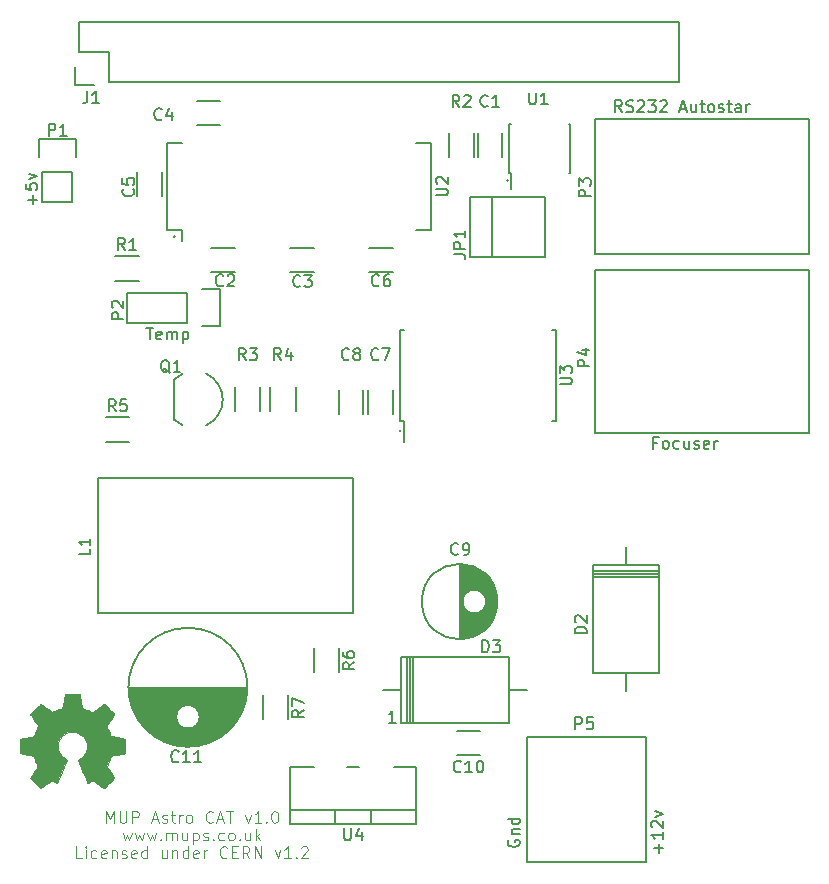
<source format=gto>
G04 #@! TF.FileFunction,Legend,Top*
%FSLAX46Y46*%
G04 Gerber Fmt 4.6, Leading zero omitted, Abs format (unit mm)*
G04 Created by KiCad (PCBNEW 4.0.2+dfsg1-2~bpo8+1-stable) date Sat 10 Dec 2016 13:59:47 GMT*
%MOMM*%
G01*
G04 APERTURE LIST*
%ADD10C,0.100000*%
%ADD11C,0.150000*%
%ADD12C,0.002540*%
G04 APERTURE END LIST*
D10*
D11*
X161580000Y-125342857D02*
X161532381Y-125438095D01*
X161532381Y-125580952D01*
X161580000Y-125723810D01*
X161675238Y-125819048D01*
X161770476Y-125866667D01*
X161960952Y-125914286D01*
X162103810Y-125914286D01*
X162294286Y-125866667D01*
X162389524Y-125819048D01*
X162484762Y-125723810D01*
X162532381Y-125580952D01*
X162532381Y-125485714D01*
X162484762Y-125342857D01*
X162437143Y-125295238D01*
X162103810Y-125295238D01*
X162103810Y-125485714D01*
X161865714Y-124866667D02*
X162532381Y-124866667D01*
X161960952Y-124866667D02*
X161913333Y-124819048D01*
X161865714Y-124723810D01*
X161865714Y-124580952D01*
X161913333Y-124485714D01*
X162008571Y-124438095D01*
X162532381Y-124438095D01*
X162532381Y-123533333D02*
X161532381Y-123533333D01*
X162484762Y-123533333D02*
X162532381Y-123628571D01*
X162532381Y-123819048D01*
X162484762Y-123914286D01*
X162437143Y-123961905D01*
X162341905Y-124009524D01*
X162056190Y-124009524D01*
X161960952Y-123961905D01*
X161913333Y-123914286D01*
X161865714Y-123819048D01*
X161865714Y-123628571D01*
X161913333Y-123533333D01*
X174301429Y-126414286D02*
X174301429Y-125652381D01*
X174682381Y-126033333D02*
X173920476Y-126033333D01*
X174682381Y-124652381D02*
X174682381Y-125223810D01*
X174682381Y-124938096D02*
X173682381Y-124938096D01*
X173825238Y-125033334D01*
X173920476Y-125128572D01*
X173968095Y-125223810D01*
X173777619Y-124271429D02*
X173730000Y-124223810D01*
X173682381Y-124128572D01*
X173682381Y-123890476D01*
X173730000Y-123795238D01*
X173777619Y-123747619D01*
X173872857Y-123700000D01*
X173968095Y-123700000D01*
X174110952Y-123747619D01*
X174682381Y-124319048D01*
X174682381Y-123700000D01*
X174015714Y-123366667D02*
X174682381Y-123128572D01*
X174015714Y-122890476D01*
X130916667Y-81952381D02*
X131488096Y-81952381D01*
X131202381Y-82952381D02*
X131202381Y-81952381D01*
X132202382Y-82904762D02*
X132107144Y-82952381D01*
X131916667Y-82952381D01*
X131821429Y-82904762D01*
X131773810Y-82809524D01*
X131773810Y-82428571D01*
X131821429Y-82333333D01*
X131916667Y-82285714D01*
X132107144Y-82285714D01*
X132202382Y-82333333D01*
X132250001Y-82428571D01*
X132250001Y-82523810D01*
X131773810Y-82619048D01*
X132678572Y-82952381D02*
X132678572Y-82285714D01*
X132678572Y-82380952D02*
X132726191Y-82333333D01*
X132821429Y-82285714D01*
X132964287Y-82285714D01*
X133059525Y-82333333D01*
X133107144Y-82428571D01*
X133107144Y-82952381D01*
X133107144Y-82428571D02*
X133154763Y-82333333D01*
X133250001Y-82285714D01*
X133392858Y-82285714D01*
X133488096Y-82333333D01*
X133535715Y-82428571D01*
X133535715Y-82952381D01*
X134011905Y-82285714D02*
X134011905Y-83285714D01*
X134011905Y-82333333D02*
X134107143Y-82285714D01*
X134297620Y-82285714D01*
X134392858Y-82333333D01*
X134440477Y-82380952D01*
X134488096Y-82476190D01*
X134488096Y-82761905D01*
X134440477Y-82857143D01*
X134392858Y-82904762D01*
X134297620Y-82952381D01*
X134107143Y-82952381D01*
X134011905Y-82904762D01*
X121321429Y-71488095D02*
X121321429Y-70726190D01*
X121702381Y-71107142D02*
X120940476Y-71107142D01*
X120702381Y-69773809D02*
X120702381Y-70250000D01*
X121178571Y-70297619D01*
X121130952Y-70250000D01*
X121083333Y-70154762D01*
X121083333Y-69916666D01*
X121130952Y-69821428D01*
X121178571Y-69773809D01*
X121273810Y-69726190D01*
X121511905Y-69726190D01*
X121607143Y-69773809D01*
X121654762Y-69821428D01*
X121702381Y-69916666D01*
X121702381Y-70154762D01*
X121654762Y-70250000D01*
X121607143Y-70297619D01*
X121035714Y-69392857D02*
X121702381Y-69154762D01*
X121035714Y-68916666D01*
X171202380Y-63702381D02*
X170869046Y-63226190D01*
X170630951Y-63702381D02*
X170630951Y-62702381D01*
X171011904Y-62702381D01*
X171107142Y-62750000D01*
X171154761Y-62797619D01*
X171202380Y-62892857D01*
X171202380Y-63035714D01*
X171154761Y-63130952D01*
X171107142Y-63178571D01*
X171011904Y-63226190D01*
X170630951Y-63226190D01*
X171583332Y-63654762D02*
X171726189Y-63702381D01*
X171964285Y-63702381D01*
X172059523Y-63654762D01*
X172107142Y-63607143D01*
X172154761Y-63511905D01*
X172154761Y-63416667D01*
X172107142Y-63321429D01*
X172059523Y-63273810D01*
X171964285Y-63226190D01*
X171773808Y-63178571D01*
X171678570Y-63130952D01*
X171630951Y-63083333D01*
X171583332Y-62988095D01*
X171583332Y-62892857D01*
X171630951Y-62797619D01*
X171678570Y-62750000D01*
X171773808Y-62702381D01*
X172011904Y-62702381D01*
X172154761Y-62750000D01*
X172535713Y-62797619D02*
X172583332Y-62750000D01*
X172678570Y-62702381D01*
X172916666Y-62702381D01*
X173011904Y-62750000D01*
X173059523Y-62797619D01*
X173107142Y-62892857D01*
X173107142Y-62988095D01*
X173059523Y-63130952D01*
X172488094Y-63702381D01*
X173107142Y-63702381D01*
X173440475Y-62702381D02*
X174059523Y-62702381D01*
X173726189Y-63083333D01*
X173869047Y-63083333D01*
X173964285Y-63130952D01*
X174011904Y-63178571D01*
X174059523Y-63273810D01*
X174059523Y-63511905D01*
X174011904Y-63607143D01*
X173964285Y-63654762D01*
X173869047Y-63702381D01*
X173583332Y-63702381D01*
X173488094Y-63654762D01*
X173440475Y-63607143D01*
X174440475Y-62797619D02*
X174488094Y-62750000D01*
X174583332Y-62702381D01*
X174821428Y-62702381D01*
X174916666Y-62750000D01*
X174964285Y-62797619D01*
X175011904Y-62892857D01*
X175011904Y-62988095D01*
X174964285Y-63130952D01*
X174392856Y-63702381D01*
X175011904Y-63702381D01*
X176154761Y-63416667D02*
X176630952Y-63416667D01*
X176059523Y-63702381D02*
X176392856Y-62702381D01*
X176726190Y-63702381D01*
X177488095Y-63035714D02*
X177488095Y-63702381D01*
X177059523Y-63035714D02*
X177059523Y-63559524D01*
X177107142Y-63654762D01*
X177202380Y-63702381D01*
X177345238Y-63702381D01*
X177440476Y-63654762D01*
X177488095Y-63607143D01*
X177821428Y-63035714D02*
X178202380Y-63035714D01*
X177964285Y-62702381D02*
X177964285Y-63559524D01*
X178011904Y-63654762D01*
X178107142Y-63702381D01*
X178202380Y-63702381D01*
X178678571Y-63702381D02*
X178583333Y-63654762D01*
X178535714Y-63607143D01*
X178488095Y-63511905D01*
X178488095Y-63226190D01*
X178535714Y-63130952D01*
X178583333Y-63083333D01*
X178678571Y-63035714D01*
X178821429Y-63035714D01*
X178916667Y-63083333D01*
X178964286Y-63130952D01*
X179011905Y-63226190D01*
X179011905Y-63511905D01*
X178964286Y-63607143D01*
X178916667Y-63654762D01*
X178821429Y-63702381D01*
X178678571Y-63702381D01*
X179392857Y-63654762D02*
X179488095Y-63702381D01*
X179678571Y-63702381D01*
X179773810Y-63654762D01*
X179821429Y-63559524D01*
X179821429Y-63511905D01*
X179773810Y-63416667D01*
X179678571Y-63369048D01*
X179535714Y-63369048D01*
X179440476Y-63321429D01*
X179392857Y-63226190D01*
X179392857Y-63178571D01*
X179440476Y-63083333D01*
X179535714Y-63035714D01*
X179678571Y-63035714D01*
X179773810Y-63083333D01*
X180107143Y-63035714D02*
X180488095Y-63035714D01*
X180250000Y-62702381D02*
X180250000Y-63559524D01*
X180297619Y-63654762D01*
X180392857Y-63702381D01*
X180488095Y-63702381D01*
X181250001Y-63702381D02*
X181250001Y-63178571D01*
X181202382Y-63083333D01*
X181107144Y-63035714D01*
X180916667Y-63035714D01*
X180821429Y-63083333D01*
X181250001Y-63654762D02*
X181154763Y-63702381D01*
X180916667Y-63702381D01*
X180821429Y-63654762D01*
X180773810Y-63559524D01*
X180773810Y-63464286D01*
X180821429Y-63369048D01*
X180916667Y-63321429D01*
X181154763Y-63321429D01*
X181250001Y-63273810D01*
X181726191Y-63702381D02*
X181726191Y-63035714D01*
X181726191Y-63226190D02*
X181773810Y-63130952D01*
X181821429Y-63083333D01*
X181916667Y-63035714D01*
X182011906Y-63035714D01*
X174166667Y-91678571D02*
X173833333Y-91678571D01*
X173833333Y-92202381D02*
X173833333Y-91202381D01*
X174309524Y-91202381D01*
X174833333Y-92202381D02*
X174738095Y-92154762D01*
X174690476Y-92107143D01*
X174642857Y-92011905D01*
X174642857Y-91726190D01*
X174690476Y-91630952D01*
X174738095Y-91583333D01*
X174833333Y-91535714D01*
X174976191Y-91535714D01*
X175071429Y-91583333D01*
X175119048Y-91630952D01*
X175166667Y-91726190D01*
X175166667Y-92011905D01*
X175119048Y-92107143D01*
X175071429Y-92154762D01*
X174976191Y-92202381D01*
X174833333Y-92202381D01*
X176023810Y-92154762D02*
X175928572Y-92202381D01*
X175738095Y-92202381D01*
X175642857Y-92154762D01*
X175595238Y-92107143D01*
X175547619Y-92011905D01*
X175547619Y-91726190D01*
X175595238Y-91630952D01*
X175642857Y-91583333D01*
X175738095Y-91535714D01*
X175928572Y-91535714D01*
X176023810Y-91583333D01*
X176880953Y-91535714D02*
X176880953Y-92202381D01*
X176452381Y-91535714D02*
X176452381Y-92059524D01*
X176500000Y-92154762D01*
X176595238Y-92202381D01*
X176738096Y-92202381D01*
X176833334Y-92154762D01*
X176880953Y-92107143D01*
X177309524Y-92154762D02*
X177404762Y-92202381D01*
X177595238Y-92202381D01*
X177690477Y-92154762D01*
X177738096Y-92059524D01*
X177738096Y-92011905D01*
X177690477Y-91916667D01*
X177595238Y-91869048D01*
X177452381Y-91869048D01*
X177357143Y-91821429D01*
X177309524Y-91726190D01*
X177309524Y-91678571D01*
X177357143Y-91583333D01*
X177452381Y-91535714D01*
X177595238Y-91535714D01*
X177690477Y-91583333D01*
X178547620Y-92154762D02*
X178452382Y-92202381D01*
X178261905Y-92202381D01*
X178166667Y-92154762D01*
X178119048Y-92059524D01*
X178119048Y-91678571D01*
X178166667Y-91583333D01*
X178261905Y-91535714D01*
X178452382Y-91535714D01*
X178547620Y-91583333D01*
X178595239Y-91678571D01*
X178595239Y-91773810D01*
X178119048Y-91869048D01*
X179023810Y-92202381D02*
X179023810Y-91535714D01*
X179023810Y-91726190D02*
X179071429Y-91630952D01*
X179119048Y-91583333D01*
X179214286Y-91535714D01*
X179309525Y-91535714D01*
D10*
X127518094Y-123872381D02*
X127518094Y-122872381D01*
X127851428Y-123586667D01*
X128184761Y-122872381D01*
X128184761Y-123872381D01*
X128660951Y-122872381D02*
X128660951Y-123681905D01*
X128708570Y-123777143D01*
X128756189Y-123824762D01*
X128851427Y-123872381D01*
X129041904Y-123872381D01*
X129137142Y-123824762D01*
X129184761Y-123777143D01*
X129232380Y-123681905D01*
X129232380Y-122872381D01*
X129708570Y-123872381D02*
X129708570Y-122872381D01*
X130089523Y-122872381D01*
X130184761Y-122920000D01*
X130232380Y-122967619D01*
X130279999Y-123062857D01*
X130279999Y-123205714D01*
X130232380Y-123300952D01*
X130184761Y-123348571D01*
X130089523Y-123396190D01*
X129708570Y-123396190D01*
X131422856Y-123586667D02*
X131899047Y-123586667D01*
X131327618Y-123872381D02*
X131660951Y-122872381D01*
X131994285Y-123872381D01*
X132279999Y-123824762D02*
X132375237Y-123872381D01*
X132565713Y-123872381D01*
X132660952Y-123824762D01*
X132708571Y-123729524D01*
X132708571Y-123681905D01*
X132660952Y-123586667D01*
X132565713Y-123539048D01*
X132422856Y-123539048D01*
X132327618Y-123491429D01*
X132279999Y-123396190D01*
X132279999Y-123348571D01*
X132327618Y-123253333D01*
X132422856Y-123205714D01*
X132565713Y-123205714D01*
X132660952Y-123253333D01*
X132994285Y-123205714D02*
X133375237Y-123205714D01*
X133137142Y-122872381D02*
X133137142Y-123729524D01*
X133184761Y-123824762D01*
X133279999Y-123872381D01*
X133375237Y-123872381D01*
X133708571Y-123872381D02*
X133708571Y-123205714D01*
X133708571Y-123396190D02*
X133756190Y-123300952D01*
X133803809Y-123253333D01*
X133899047Y-123205714D01*
X133994286Y-123205714D01*
X134470476Y-123872381D02*
X134375238Y-123824762D01*
X134327619Y-123777143D01*
X134280000Y-123681905D01*
X134280000Y-123396190D01*
X134327619Y-123300952D01*
X134375238Y-123253333D01*
X134470476Y-123205714D01*
X134613334Y-123205714D01*
X134708572Y-123253333D01*
X134756191Y-123300952D01*
X134803810Y-123396190D01*
X134803810Y-123681905D01*
X134756191Y-123777143D01*
X134708572Y-123824762D01*
X134613334Y-123872381D01*
X134470476Y-123872381D01*
X136565715Y-123777143D02*
X136518096Y-123824762D01*
X136375239Y-123872381D01*
X136280001Y-123872381D01*
X136137143Y-123824762D01*
X136041905Y-123729524D01*
X135994286Y-123634286D01*
X135946667Y-123443810D01*
X135946667Y-123300952D01*
X135994286Y-123110476D01*
X136041905Y-123015238D01*
X136137143Y-122920000D01*
X136280001Y-122872381D01*
X136375239Y-122872381D01*
X136518096Y-122920000D01*
X136565715Y-122967619D01*
X136946667Y-123586667D02*
X137422858Y-123586667D01*
X136851429Y-123872381D02*
X137184762Y-122872381D01*
X137518096Y-123872381D01*
X137708572Y-122872381D02*
X138280001Y-122872381D01*
X137994286Y-123872381D02*
X137994286Y-122872381D01*
X139280001Y-123205714D02*
X139518096Y-123872381D01*
X139756192Y-123205714D01*
X140660954Y-123872381D02*
X140089525Y-123872381D01*
X140375239Y-123872381D02*
X140375239Y-122872381D01*
X140280001Y-123015238D01*
X140184763Y-123110476D01*
X140089525Y-123158095D01*
X141089525Y-123777143D02*
X141137144Y-123824762D01*
X141089525Y-123872381D01*
X141041906Y-123824762D01*
X141089525Y-123777143D01*
X141089525Y-123872381D01*
X141756191Y-122872381D02*
X141851430Y-122872381D01*
X141946668Y-122920000D01*
X141994287Y-122967619D01*
X142041906Y-123062857D01*
X142089525Y-123253333D01*
X142089525Y-123491429D01*
X142041906Y-123681905D01*
X141994287Y-123777143D01*
X141946668Y-123824762D01*
X141851430Y-123872381D01*
X141756191Y-123872381D01*
X141660953Y-123824762D01*
X141613334Y-123777143D01*
X141565715Y-123681905D01*
X141518096Y-123491429D01*
X141518096Y-123253333D01*
X141565715Y-123062857D01*
X141613334Y-122967619D01*
X141660953Y-122920000D01*
X141756191Y-122872381D01*
X128922858Y-124705714D02*
X129113334Y-125372381D01*
X129303811Y-124896190D01*
X129494287Y-125372381D01*
X129684763Y-124705714D01*
X129970477Y-124705714D02*
X130160953Y-125372381D01*
X130351430Y-124896190D01*
X130541906Y-125372381D01*
X130732382Y-124705714D01*
X131018096Y-124705714D02*
X131208572Y-125372381D01*
X131399049Y-124896190D01*
X131589525Y-125372381D01*
X131780001Y-124705714D01*
X132160953Y-125277143D02*
X132208572Y-125324762D01*
X132160953Y-125372381D01*
X132113334Y-125324762D01*
X132160953Y-125277143D01*
X132160953Y-125372381D01*
X132637143Y-125372381D02*
X132637143Y-124705714D01*
X132637143Y-124800952D02*
X132684762Y-124753333D01*
X132780000Y-124705714D01*
X132922858Y-124705714D01*
X133018096Y-124753333D01*
X133065715Y-124848571D01*
X133065715Y-125372381D01*
X133065715Y-124848571D02*
X133113334Y-124753333D01*
X133208572Y-124705714D01*
X133351429Y-124705714D01*
X133446667Y-124753333D01*
X133494286Y-124848571D01*
X133494286Y-125372381D01*
X134399048Y-124705714D02*
X134399048Y-125372381D01*
X133970476Y-124705714D02*
X133970476Y-125229524D01*
X134018095Y-125324762D01*
X134113333Y-125372381D01*
X134256191Y-125372381D01*
X134351429Y-125324762D01*
X134399048Y-125277143D01*
X134875238Y-124705714D02*
X134875238Y-125705714D01*
X134875238Y-124753333D02*
X134970476Y-124705714D01*
X135160953Y-124705714D01*
X135256191Y-124753333D01*
X135303810Y-124800952D01*
X135351429Y-124896190D01*
X135351429Y-125181905D01*
X135303810Y-125277143D01*
X135256191Y-125324762D01*
X135160953Y-125372381D01*
X134970476Y-125372381D01*
X134875238Y-125324762D01*
X135732381Y-125324762D02*
X135827619Y-125372381D01*
X136018095Y-125372381D01*
X136113334Y-125324762D01*
X136160953Y-125229524D01*
X136160953Y-125181905D01*
X136113334Y-125086667D01*
X136018095Y-125039048D01*
X135875238Y-125039048D01*
X135780000Y-124991429D01*
X135732381Y-124896190D01*
X135732381Y-124848571D01*
X135780000Y-124753333D01*
X135875238Y-124705714D01*
X136018095Y-124705714D01*
X136113334Y-124753333D01*
X136589524Y-125277143D02*
X136637143Y-125324762D01*
X136589524Y-125372381D01*
X136541905Y-125324762D01*
X136589524Y-125277143D01*
X136589524Y-125372381D01*
X137494286Y-125324762D02*
X137399048Y-125372381D01*
X137208571Y-125372381D01*
X137113333Y-125324762D01*
X137065714Y-125277143D01*
X137018095Y-125181905D01*
X137018095Y-124896190D01*
X137065714Y-124800952D01*
X137113333Y-124753333D01*
X137208571Y-124705714D01*
X137399048Y-124705714D01*
X137494286Y-124753333D01*
X138065714Y-125372381D02*
X137970476Y-125324762D01*
X137922857Y-125277143D01*
X137875238Y-125181905D01*
X137875238Y-124896190D01*
X137922857Y-124800952D01*
X137970476Y-124753333D01*
X138065714Y-124705714D01*
X138208572Y-124705714D01*
X138303810Y-124753333D01*
X138351429Y-124800952D01*
X138399048Y-124896190D01*
X138399048Y-125181905D01*
X138351429Y-125277143D01*
X138303810Y-125324762D01*
X138208572Y-125372381D01*
X138065714Y-125372381D01*
X138827619Y-125277143D02*
X138875238Y-125324762D01*
X138827619Y-125372381D01*
X138780000Y-125324762D01*
X138827619Y-125277143D01*
X138827619Y-125372381D01*
X139732381Y-124705714D02*
X139732381Y-125372381D01*
X139303809Y-124705714D02*
X139303809Y-125229524D01*
X139351428Y-125324762D01*
X139446666Y-125372381D01*
X139589524Y-125372381D01*
X139684762Y-125324762D01*
X139732381Y-125277143D01*
X140208571Y-125372381D02*
X140208571Y-124372381D01*
X140303809Y-124991429D02*
X140589524Y-125372381D01*
X140589524Y-124705714D02*
X140208571Y-125086667D01*
X125470476Y-126872381D02*
X124994285Y-126872381D01*
X124994285Y-125872381D01*
X125803809Y-126872381D02*
X125803809Y-126205714D01*
X125803809Y-125872381D02*
X125756190Y-125920000D01*
X125803809Y-125967619D01*
X125851428Y-125920000D01*
X125803809Y-125872381D01*
X125803809Y-125967619D01*
X126708571Y-126824762D02*
X126613333Y-126872381D01*
X126422856Y-126872381D01*
X126327618Y-126824762D01*
X126279999Y-126777143D01*
X126232380Y-126681905D01*
X126232380Y-126396190D01*
X126279999Y-126300952D01*
X126327618Y-126253333D01*
X126422856Y-126205714D01*
X126613333Y-126205714D01*
X126708571Y-126253333D01*
X127518095Y-126824762D02*
X127422857Y-126872381D01*
X127232380Y-126872381D01*
X127137142Y-126824762D01*
X127089523Y-126729524D01*
X127089523Y-126348571D01*
X127137142Y-126253333D01*
X127232380Y-126205714D01*
X127422857Y-126205714D01*
X127518095Y-126253333D01*
X127565714Y-126348571D01*
X127565714Y-126443810D01*
X127089523Y-126539048D01*
X127994285Y-126205714D02*
X127994285Y-126872381D01*
X127994285Y-126300952D02*
X128041904Y-126253333D01*
X128137142Y-126205714D01*
X128280000Y-126205714D01*
X128375238Y-126253333D01*
X128422857Y-126348571D01*
X128422857Y-126872381D01*
X128851428Y-126824762D02*
X128946666Y-126872381D01*
X129137142Y-126872381D01*
X129232381Y-126824762D01*
X129280000Y-126729524D01*
X129280000Y-126681905D01*
X129232381Y-126586667D01*
X129137142Y-126539048D01*
X128994285Y-126539048D01*
X128899047Y-126491429D01*
X128851428Y-126396190D01*
X128851428Y-126348571D01*
X128899047Y-126253333D01*
X128994285Y-126205714D01*
X129137142Y-126205714D01*
X129232381Y-126253333D01*
X130089524Y-126824762D02*
X129994286Y-126872381D01*
X129803809Y-126872381D01*
X129708571Y-126824762D01*
X129660952Y-126729524D01*
X129660952Y-126348571D01*
X129708571Y-126253333D01*
X129803809Y-126205714D01*
X129994286Y-126205714D01*
X130089524Y-126253333D01*
X130137143Y-126348571D01*
X130137143Y-126443810D01*
X129660952Y-126539048D01*
X130994286Y-126872381D02*
X130994286Y-125872381D01*
X130994286Y-126824762D02*
X130899048Y-126872381D01*
X130708571Y-126872381D01*
X130613333Y-126824762D01*
X130565714Y-126777143D01*
X130518095Y-126681905D01*
X130518095Y-126396190D01*
X130565714Y-126300952D01*
X130613333Y-126253333D01*
X130708571Y-126205714D01*
X130899048Y-126205714D01*
X130994286Y-126253333D01*
X132660953Y-126205714D02*
X132660953Y-126872381D01*
X132232381Y-126205714D02*
X132232381Y-126729524D01*
X132280000Y-126824762D01*
X132375238Y-126872381D01*
X132518096Y-126872381D01*
X132613334Y-126824762D01*
X132660953Y-126777143D01*
X133137143Y-126205714D02*
X133137143Y-126872381D01*
X133137143Y-126300952D02*
X133184762Y-126253333D01*
X133280000Y-126205714D01*
X133422858Y-126205714D01*
X133518096Y-126253333D01*
X133565715Y-126348571D01*
X133565715Y-126872381D01*
X134470477Y-126872381D02*
X134470477Y-125872381D01*
X134470477Y-126824762D02*
X134375239Y-126872381D01*
X134184762Y-126872381D01*
X134089524Y-126824762D01*
X134041905Y-126777143D01*
X133994286Y-126681905D01*
X133994286Y-126396190D01*
X134041905Y-126300952D01*
X134089524Y-126253333D01*
X134184762Y-126205714D01*
X134375239Y-126205714D01*
X134470477Y-126253333D01*
X135327620Y-126824762D02*
X135232382Y-126872381D01*
X135041905Y-126872381D01*
X134946667Y-126824762D01*
X134899048Y-126729524D01*
X134899048Y-126348571D01*
X134946667Y-126253333D01*
X135041905Y-126205714D01*
X135232382Y-126205714D01*
X135327620Y-126253333D01*
X135375239Y-126348571D01*
X135375239Y-126443810D01*
X134899048Y-126539048D01*
X135803810Y-126872381D02*
X135803810Y-126205714D01*
X135803810Y-126396190D02*
X135851429Y-126300952D01*
X135899048Y-126253333D01*
X135994286Y-126205714D01*
X136089525Y-126205714D01*
X137756192Y-126777143D02*
X137708573Y-126824762D01*
X137565716Y-126872381D01*
X137470478Y-126872381D01*
X137327620Y-126824762D01*
X137232382Y-126729524D01*
X137184763Y-126634286D01*
X137137144Y-126443810D01*
X137137144Y-126300952D01*
X137184763Y-126110476D01*
X137232382Y-126015238D01*
X137327620Y-125920000D01*
X137470478Y-125872381D01*
X137565716Y-125872381D01*
X137708573Y-125920000D01*
X137756192Y-125967619D01*
X138184763Y-126348571D02*
X138518097Y-126348571D01*
X138660954Y-126872381D02*
X138184763Y-126872381D01*
X138184763Y-125872381D01*
X138660954Y-125872381D01*
X139660954Y-126872381D02*
X139327620Y-126396190D01*
X139089525Y-126872381D02*
X139089525Y-125872381D01*
X139470478Y-125872381D01*
X139565716Y-125920000D01*
X139613335Y-125967619D01*
X139660954Y-126062857D01*
X139660954Y-126205714D01*
X139613335Y-126300952D01*
X139565716Y-126348571D01*
X139470478Y-126396190D01*
X139089525Y-126396190D01*
X140089525Y-126872381D02*
X140089525Y-125872381D01*
X140660954Y-126872381D01*
X140660954Y-125872381D01*
X141803811Y-126205714D02*
X142041906Y-126872381D01*
X142280002Y-126205714D01*
X143184764Y-126872381D02*
X142613335Y-126872381D01*
X142899049Y-126872381D02*
X142899049Y-125872381D01*
X142803811Y-126015238D01*
X142708573Y-126110476D01*
X142613335Y-126158095D01*
X143613335Y-126777143D02*
X143660954Y-126824762D01*
X143613335Y-126872381D01*
X143565716Y-126824762D01*
X143613335Y-126777143D01*
X143613335Y-126872381D01*
X144041906Y-125967619D02*
X144089525Y-125920000D01*
X144184763Y-125872381D01*
X144422859Y-125872381D01*
X144518097Y-125920000D01*
X144565716Y-125967619D01*
X144613335Y-126062857D01*
X144613335Y-126158095D01*
X144565716Y-126300952D01*
X143994287Y-126872381D01*
X144613335Y-126872381D01*
D11*
X152464928Y-90700000D02*
G75*
G03X152464928Y-90700000I-64928J0D01*
G01*
X161564928Y-69500000D02*
G75*
G03X161564928Y-69500000I-64928J0D01*
G01*
X133373507Y-74250000D02*
G75*
G03X133373507Y-74250000I-64928J0D01*
G01*
D12*
G36*
X121965060Y-120922880D02*
X122013320Y-120897480D01*
X122117460Y-120831440D01*
X122264780Y-120734920D01*
X122440040Y-120618080D01*
X122615300Y-120498700D01*
X122760080Y-120402180D01*
X122861680Y-120336140D01*
X122904860Y-120313280D01*
X122927720Y-120320900D01*
X123011540Y-120361540D01*
X123133460Y-120425040D01*
X123202040Y-120460600D01*
X123313800Y-120508860D01*
X123369680Y-120519020D01*
X123379840Y-120503780D01*
X123420480Y-120419960D01*
X123483980Y-120272640D01*
X123567800Y-120079600D01*
X123664320Y-119856080D01*
X123765920Y-119612240D01*
X123870060Y-119363320D01*
X123969120Y-119127100D01*
X124055480Y-118913740D01*
X124124060Y-118741020D01*
X124172320Y-118621640D01*
X124187560Y-118568300D01*
X124182480Y-118558140D01*
X124126600Y-118504800D01*
X124030080Y-118431140D01*
X123819260Y-118260960D01*
X123610980Y-118001880D01*
X123486520Y-117707240D01*
X123443340Y-117379580D01*
X123478900Y-117077320D01*
X123598280Y-116785220D01*
X123801480Y-116523600D01*
X124047860Y-116328020D01*
X124337420Y-116206100D01*
X124660000Y-116165460D01*
X124969880Y-116201020D01*
X125267060Y-116317860D01*
X125528680Y-116515980D01*
X125640440Y-116645520D01*
X125792840Y-116909680D01*
X125879200Y-117194160D01*
X125889360Y-117267820D01*
X125876660Y-117577700D01*
X125782680Y-117877420D01*
X125617580Y-118146660D01*
X125388980Y-118365100D01*
X125361040Y-118385420D01*
X125254360Y-118464160D01*
X125183240Y-118520040D01*
X125127360Y-118565760D01*
X125526140Y-119520800D01*
X125589640Y-119673200D01*
X125698860Y-119934820D01*
X125795380Y-120160880D01*
X125871580Y-120341220D01*
X125924920Y-120460600D01*
X125947780Y-120508860D01*
X125950320Y-120511400D01*
X125985880Y-120516480D01*
X126059540Y-120491080D01*
X126191620Y-120425040D01*
X126280520Y-120379320D01*
X126382120Y-120331060D01*
X126427840Y-120313280D01*
X126465940Y-120333600D01*
X126562460Y-120397100D01*
X126704700Y-120493620D01*
X126877420Y-120607920D01*
X127039980Y-120719680D01*
X127189840Y-120818740D01*
X127299060Y-120889860D01*
X127352400Y-120917800D01*
X127360020Y-120917800D01*
X127408280Y-120889860D01*
X127492100Y-120818740D01*
X127624180Y-120696820D01*
X127809600Y-120513940D01*
X127835000Y-120486000D01*
X127987400Y-120331060D01*
X128111860Y-120201520D01*
X128193140Y-120110080D01*
X128223620Y-120069440D01*
X128223620Y-120066900D01*
X128195680Y-120016100D01*
X128127100Y-119906880D01*
X128028040Y-119754480D01*
X127906120Y-119576680D01*
X127588620Y-119116940D01*
X127763880Y-118682600D01*
X127817220Y-118550520D01*
X127885800Y-118387960D01*
X127936600Y-118273660D01*
X127962000Y-118222860D01*
X128007720Y-118205080D01*
X128127100Y-118177140D01*
X128299820Y-118141580D01*
X128505560Y-118103480D01*
X128701140Y-118067920D01*
X128878940Y-118034900D01*
X129005940Y-118009500D01*
X129064360Y-117996800D01*
X129077060Y-117989180D01*
X129089760Y-117961240D01*
X129097380Y-117900280D01*
X129102460Y-117793600D01*
X129102460Y-117623420D01*
X129102460Y-117379580D01*
X129102460Y-117354180D01*
X129102460Y-117117960D01*
X129097380Y-116932540D01*
X129089760Y-116810620D01*
X129082140Y-116762360D01*
X129082140Y-116762360D01*
X129026260Y-116749660D01*
X128901800Y-116721720D01*
X128724000Y-116688700D01*
X128513180Y-116648060D01*
X128500480Y-116645520D01*
X128289660Y-116604880D01*
X128114400Y-116569320D01*
X127992480Y-116538840D01*
X127939140Y-116523600D01*
X127928980Y-116508360D01*
X127885800Y-116427080D01*
X127824840Y-116297540D01*
X127756260Y-116137520D01*
X127687680Y-115972420D01*
X127626720Y-115822560D01*
X127588620Y-115713340D01*
X127575920Y-115662540D01*
X127575920Y-115662540D01*
X127608940Y-115611740D01*
X127680060Y-115502520D01*
X127781660Y-115350120D01*
X127906120Y-115172320D01*
X127913740Y-115159620D01*
X128035660Y-114979280D01*
X128132180Y-114831960D01*
X128198220Y-114722740D01*
X128223620Y-114674480D01*
X128223620Y-114671940D01*
X128182980Y-114618600D01*
X128091540Y-114517000D01*
X127962000Y-114382380D01*
X127807060Y-114224900D01*
X127758800Y-114176640D01*
X127586080Y-114009000D01*
X127464160Y-113897240D01*
X127390500Y-113838820D01*
X127354940Y-113826120D01*
X127352400Y-113826120D01*
X127299060Y-113859140D01*
X127187300Y-113932800D01*
X127034900Y-114034400D01*
X126854560Y-114158860D01*
X126841860Y-114166480D01*
X126664060Y-114288400D01*
X126516740Y-114387460D01*
X126410060Y-114456040D01*
X126364340Y-114483980D01*
X126356720Y-114483980D01*
X126285600Y-114463660D01*
X126158600Y-114420480D01*
X126003660Y-114359520D01*
X125838560Y-114293480D01*
X125688700Y-114229980D01*
X125576940Y-114179180D01*
X125523600Y-114148700D01*
X125523600Y-114146160D01*
X125503280Y-114082660D01*
X125472800Y-113950580D01*
X125434700Y-113767700D01*
X125394060Y-113549260D01*
X125388980Y-113513700D01*
X125348340Y-113302880D01*
X125312780Y-113127620D01*
X125289920Y-113005700D01*
X125277220Y-112957440D01*
X125246740Y-112949820D01*
X125142600Y-112942200D01*
X124985120Y-112937120D01*
X124794620Y-112937120D01*
X124593960Y-112937120D01*
X124395840Y-112942200D01*
X124228200Y-112947280D01*
X124108820Y-112954900D01*
X124058020Y-112965060D01*
X124058020Y-112967600D01*
X124037700Y-113033640D01*
X124009760Y-113168260D01*
X123971660Y-113351140D01*
X123931020Y-113569580D01*
X123923400Y-113607680D01*
X123882760Y-113818500D01*
X123847200Y-113993760D01*
X123821800Y-114113140D01*
X123809100Y-114158860D01*
X123788780Y-114169020D01*
X123702420Y-114207120D01*
X123560180Y-114265540D01*
X123384920Y-114336660D01*
X122978520Y-114501760D01*
X122480680Y-114158860D01*
X122432420Y-114128380D01*
X122254620Y-114006460D01*
X122107300Y-113907400D01*
X122003160Y-113841360D01*
X121962520Y-113818500D01*
X121957440Y-113818500D01*
X121909180Y-113861680D01*
X121810120Y-113955660D01*
X121675500Y-114087740D01*
X121518020Y-114242680D01*
X121401180Y-114359520D01*
X121264020Y-114499220D01*
X121177660Y-114593200D01*
X121129400Y-114654160D01*
X121111620Y-114689720D01*
X121116700Y-114715120D01*
X121149720Y-114765920D01*
X121220840Y-114875140D01*
X121324980Y-115027540D01*
X121446900Y-115202800D01*
X121545960Y-115350120D01*
X121655180Y-115517760D01*
X121723760Y-115637140D01*
X121749160Y-115695560D01*
X121744080Y-115720960D01*
X121708520Y-115817480D01*
X121650100Y-115964800D01*
X121573900Y-116142600D01*
X121401180Y-116536300D01*
X121142100Y-116587100D01*
X120984620Y-116617580D01*
X120766180Y-116658220D01*
X120555360Y-116698860D01*
X120227700Y-116762360D01*
X120215000Y-117966320D01*
X120265800Y-117989180D01*
X120314060Y-118001880D01*
X120435980Y-118029820D01*
X120608700Y-118062840D01*
X120814440Y-118100940D01*
X120989700Y-118133960D01*
X121164960Y-118166980D01*
X121289420Y-118192380D01*
X121345300Y-118205080D01*
X121360540Y-118222860D01*
X121403720Y-118309220D01*
X121467220Y-118443840D01*
X121535800Y-118606400D01*
X121606920Y-118774040D01*
X121667880Y-118928980D01*
X121711060Y-119048360D01*
X121728840Y-119109320D01*
X121703440Y-119155040D01*
X121637400Y-119259180D01*
X121540880Y-119406500D01*
X121421500Y-119581760D01*
X121302120Y-119754480D01*
X121200520Y-119904340D01*
X121131940Y-120011020D01*
X121101460Y-120061820D01*
X121116700Y-120094840D01*
X121187820Y-120178660D01*
X121317360Y-120315820D01*
X121512940Y-120508860D01*
X121545960Y-120539340D01*
X121700900Y-120689200D01*
X121832980Y-120811120D01*
X121924420Y-120892400D01*
X121965060Y-120922880D01*
X121965060Y-120922880D01*
G37*
X121965060Y-120922880D02*
X122013320Y-120897480D01*
X122117460Y-120831440D01*
X122264780Y-120734920D01*
X122440040Y-120618080D01*
X122615300Y-120498700D01*
X122760080Y-120402180D01*
X122861680Y-120336140D01*
X122904860Y-120313280D01*
X122927720Y-120320900D01*
X123011540Y-120361540D01*
X123133460Y-120425040D01*
X123202040Y-120460600D01*
X123313800Y-120508860D01*
X123369680Y-120519020D01*
X123379840Y-120503780D01*
X123420480Y-120419960D01*
X123483980Y-120272640D01*
X123567800Y-120079600D01*
X123664320Y-119856080D01*
X123765920Y-119612240D01*
X123870060Y-119363320D01*
X123969120Y-119127100D01*
X124055480Y-118913740D01*
X124124060Y-118741020D01*
X124172320Y-118621640D01*
X124187560Y-118568300D01*
X124182480Y-118558140D01*
X124126600Y-118504800D01*
X124030080Y-118431140D01*
X123819260Y-118260960D01*
X123610980Y-118001880D01*
X123486520Y-117707240D01*
X123443340Y-117379580D01*
X123478900Y-117077320D01*
X123598280Y-116785220D01*
X123801480Y-116523600D01*
X124047860Y-116328020D01*
X124337420Y-116206100D01*
X124660000Y-116165460D01*
X124969880Y-116201020D01*
X125267060Y-116317860D01*
X125528680Y-116515980D01*
X125640440Y-116645520D01*
X125792840Y-116909680D01*
X125879200Y-117194160D01*
X125889360Y-117267820D01*
X125876660Y-117577700D01*
X125782680Y-117877420D01*
X125617580Y-118146660D01*
X125388980Y-118365100D01*
X125361040Y-118385420D01*
X125254360Y-118464160D01*
X125183240Y-118520040D01*
X125127360Y-118565760D01*
X125526140Y-119520800D01*
X125589640Y-119673200D01*
X125698860Y-119934820D01*
X125795380Y-120160880D01*
X125871580Y-120341220D01*
X125924920Y-120460600D01*
X125947780Y-120508860D01*
X125950320Y-120511400D01*
X125985880Y-120516480D01*
X126059540Y-120491080D01*
X126191620Y-120425040D01*
X126280520Y-120379320D01*
X126382120Y-120331060D01*
X126427840Y-120313280D01*
X126465940Y-120333600D01*
X126562460Y-120397100D01*
X126704700Y-120493620D01*
X126877420Y-120607920D01*
X127039980Y-120719680D01*
X127189840Y-120818740D01*
X127299060Y-120889860D01*
X127352400Y-120917800D01*
X127360020Y-120917800D01*
X127408280Y-120889860D01*
X127492100Y-120818740D01*
X127624180Y-120696820D01*
X127809600Y-120513940D01*
X127835000Y-120486000D01*
X127987400Y-120331060D01*
X128111860Y-120201520D01*
X128193140Y-120110080D01*
X128223620Y-120069440D01*
X128223620Y-120066900D01*
X128195680Y-120016100D01*
X128127100Y-119906880D01*
X128028040Y-119754480D01*
X127906120Y-119576680D01*
X127588620Y-119116940D01*
X127763880Y-118682600D01*
X127817220Y-118550520D01*
X127885800Y-118387960D01*
X127936600Y-118273660D01*
X127962000Y-118222860D01*
X128007720Y-118205080D01*
X128127100Y-118177140D01*
X128299820Y-118141580D01*
X128505560Y-118103480D01*
X128701140Y-118067920D01*
X128878940Y-118034900D01*
X129005940Y-118009500D01*
X129064360Y-117996800D01*
X129077060Y-117989180D01*
X129089760Y-117961240D01*
X129097380Y-117900280D01*
X129102460Y-117793600D01*
X129102460Y-117623420D01*
X129102460Y-117379580D01*
X129102460Y-117354180D01*
X129102460Y-117117960D01*
X129097380Y-116932540D01*
X129089760Y-116810620D01*
X129082140Y-116762360D01*
X129082140Y-116762360D01*
X129026260Y-116749660D01*
X128901800Y-116721720D01*
X128724000Y-116688700D01*
X128513180Y-116648060D01*
X128500480Y-116645520D01*
X128289660Y-116604880D01*
X128114400Y-116569320D01*
X127992480Y-116538840D01*
X127939140Y-116523600D01*
X127928980Y-116508360D01*
X127885800Y-116427080D01*
X127824840Y-116297540D01*
X127756260Y-116137520D01*
X127687680Y-115972420D01*
X127626720Y-115822560D01*
X127588620Y-115713340D01*
X127575920Y-115662540D01*
X127575920Y-115662540D01*
X127608940Y-115611740D01*
X127680060Y-115502520D01*
X127781660Y-115350120D01*
X127906120Y-115172320D01*
X127913740Y-115159620D01*
X128035660Y-114979280D01*
X128132180Y-114831960D01*
X128198220Y-114722740D01*
X128223620Y-114674480D01*
X128223620Y-114671940D01*
X128182980Y-114618600D01*
X128091540Y-114517000D01*
X127962000Y-114382380D01*
X127807060Y-114224900D01*
X127758800Y-114176640D01*
X127586080Y-114009000D01*
X127464160Y-113897240D01*
X127390500Y-113838820D01*
X127354940Y-113826120D01*
X127352400Y-113826120D01*
X127299060Y-113859140D01*
X127187300Y-113932800D01*
X127034900Y-114034400D01*
X126854560Y-114158860D01*
X126841860Y-114166480D01*
X126664060Y-114288400D01*
X126516740Y-114387460D01*
X126410060Y-114456040D01*
X126364340Y-114483980D01*
X126356720Y-114483980D01*
X126285600Y-114463660D01*
X126158600Y-114420480D01*
X126003660Y-114359520D01*
X125838560Y-114293480D01*
X125688700Y-114229980D01*
X125576940Y-114179180D01*
X125523600Y-114148700D01*
X125523600Y-114146160D01*
X125503280Y-114082660D01*
X125472800Y-113950580D01*
X125434700Y-113767700D01*
X125394060Y-113549260D01*
X125388980Y-113513700D01*
X125348340Y-113302880D01*
X125312780Y-113127620D01*
X125289920Y-113005700D01*
X125277220Y-112957440D01*
X125246740Y-112949820D01*
X125142600Y-112942200D01*
X124985120Y-112937120D01*
X124794620Y-112937120D01*
X124593960Y-112937120D01*
X124395840Y-112942200D01*
X124228200Y-112947280D01*
X124108820Y-112954900D01*
X124058020Y-112965060D01*
X124058020Y-112967600D01*
X124037700Y-113033640D01*
X124009760Y-113168260D01*
X123971660Y-113351140D01*
X123931020Y-113569580D01*
X123923400Y-113607680D01*
X123882760Y-113818500D01*
X123847200Y-113993760D01*
X123821800Y-114113140D01*
X123809100Y-114158860D01*
X123788780Y-114169020D01*
X123702420Y-114207120D01*
X123560180Y-114265540D01*
X123384920Y-114336660D01*
X122978520Y-114501760D01*
X122480680Y-114158860D01*
X122432420Y-114128380D01*
X122254620Y-114006460D01*
X122107300Y-113907400D01*
X122003160Y-113841360D01*
X121962520Y-113818500D01*
X121957440Y-113818500D01*
X121909180Y-113861680D01*
X121810120Y-113955660D01*
X121675500Y-114087740D01*
X121518020Y-114242680D01*
X121401180Y-114359520D01*
X121264020Y-114499220D01*
X121177660Y-114593200D01*
X121129400Y-114654160D01*
X121111620Y-114689720D01*
X121116700Y-114715120D01*
X121149720Y-114765920D01*
X121220840Y-114875140D01*
X121324980Y-115027540D01*
X121446900Y-115202800D01*
X121545960Y-115350120D01*
X121655180Y-115517760D01*
X121723760Y-115637140D01*
X121749160Y-115695560D01*
X121744080Y-115720960D01*
X121708520Y-115817480D01*
X121650100Y-115964800D01*
X121573900Y-116142600D01*
X121401180Y-116536300D01*
X121142100Y-116587100D01*
X120984620Y-116617580D01*
X120766180Y-116658220D01*
X120555360Y-116698860D01*
X120227700Y-116762360D01*
X120215000Y-117966320D01*
X120265800Y-117989180D01*
X120314060Y-118001880D01*
X120435980Y-118029820D01*
X120608700Y-118062840D01*
X120814440Y-118100940D01*
X120989700Y-118133960D01*
X121164960Y-118166980D01*
X121289420Y-118192380D01*
X121345300Y-118205080D01*
X121360540Y-118222860D01*
X121403720Y-118309220D01*
X121467220Y-118443840D01*
X121535800Y-118606400D01*
X121606920Y-118774040D01*
X121667880Y-118928980D01*
X121711060Y-119048360D01*
X121728840Y-119109320D01*
X121703440Y-119155040D01*
X121637400Y-119259180D01*
X121540880Y-119406500D01*
X121421500Y-119581760D01*
X121302120Y-119754480D01*
X121200520Y-119904340D01*
X121131940Y-120011020D01*
X121101460Y-120061820D01*
X121116700Y-120094840D01*
X121187820Y-120178660D01*
X121317360Y-120315820D01*
X121512940Y-120508860D01*
X121545960Y-120539340D01*
X121700900Y-120689200D01*
X121832980Y-120811120D01*
X121924420Y-120892400D01*
X121965060Y-120922880D01*
D11*
X132705000Y-73665000D02*
X133975000Y-73665000D01*
X132705000Y-66315000D02*
X133975000Y-66315000D01*
X155075000Y-66315000D02*
X153805000Y-66315000D01*
X155075000Y-73665000D02*
X153805000Y-73665000D01*
X132705000Y-73665000D02*
X132705000Y-66315000D01*
X155075000Y-73665000D02*
X155075000Y-66315000D01*
X133975000Y-73665000D02*
X133975000Y-74600000D01*
X149725000Y-87250000D02*
X149725000Y-89250000D01*
X151775000Y-89250000D02*
X151775000Y-87250000D01*
X152425000Y-89875000D02*
X152760000Y-89875000D01*
X152425000Y-82125000D02*
X152760000Y-82125000D01*
X165575000Y-82125000D02*
X165240000Y-82125000D01*
X165575000Y-89875000D02*
X165240000Y-89875000D01*
X152425000Y-89875000D02*
X152425000Y-82125000D01*
X165575000Y-89875000D02*
X165575000Y-82125000D01*
X152760000Y-89875000D02*
X152760000Y-91675000D01*
X158975000Y-65500000D02*
X158975000Y-67500000D01*
X161025000Y-67500000D02*
X161025000Y-65500000D01*
X139449000Y-112475000D02*
X129451000Y-112475000D01*
X139445000Y-112615000D02*
X129455000Y-112615000D01*
X139437000Y-112755000D02*
X129463000Y-112755000D01*
X139425000Y-112895000D02*
X129475000Y-112895000D01*
X139410000Y-113035000D02*
X129490000Y-113035000D01*
X139390000Y-113175000D02*
X129510000Y-113175000D01*
X139366000Y-113315000D02*
X129534000Y-113315000D01*
X139337000Y-113455000D02*
X129563000Y-113455000D01*
X139305000Y-113595000D02*
X129595000Y-113595000D01*
X139268000Y-113735000D02*
X129632000Y-113735000D01*
X139227000Y-113875000D02*
X129673000Y-113875000D01*
X139182000Y-114015000D02*
X134916000Y-114015000D01*
X133984000Y-114015000D02*
X129718000Y-114015000D01*
X139132000Y-114155000D02*
X135117000Y-114155000D01*
X133783000Y-114155000D02*
X129768000Y-114155000D01*
X139077000Y-114295000D02*
X135246000Y-114295000D01*
X133654000Y-114295000D02*
X129823000Y-114295000D01*
X139017000Y-114435000D02*
X135335000Y-114435000D01*
X133565000Y-114435000D02*
X129883000Y-114435000D01*
X138952000Y-114575000D02*
X135396000Y-114575000D01*
X133504000Y-114575000D02*
X129948000Y-114575000D01*
X138882000Y-114715000D02*
X135433000Y-114715000D01*
X133467000Y-114715000D02*
X130018000Y-114715000D01*
X138806000Y-114855000D02*
X135449000Y-114855000D01*
X133451000Y-114855000D02*
X130094000Y-114855000D01*
X138724000Y-114995000D02*
X135445000Y-114995000D01*
X133455000Y-114995000D02*
X130176000Y-114995000D01*
X138636000Y-115135000D02*
X135422000Y-115135000D01*
X133478000Y-115135000D02*
X130264000Y-115135000D01*
X138541000Y-115275000D02*
X135377000Y-115275000D01*
X133523000Y-115275000D02*
X130359000Y-115275000D01*
X138439000Y-115415000D02*
X135307000Y-115415000D01*
X133593000Y-115415000D02*
X130461000Y-115415000D01*
X138329000Y-115555000D02*
X135206000Y-115555000D01*
X133694000Y-115555000D02*
X130571000Y-115555000D01*
X138211000Y-115695000D02*
X135057000Y-115695000D01*
X133843000Y-115695000D02*
X130689000Y-115695000D01*
X138083000Y-115835000D02*
X134805000Y-115835000D01*
X134095000Y-115835000D02*
X130817000Y-115835000D01*
X137946000Y-115975000D02*
X130954000Y-115975000D01*
X137796000Y-116115000D02*
X131104000Y-116115000D01*
X137634000Y-116255000D02*
X131266000Y-116255000D01*
X137457000Y-116395000D02*
X131443000Y-116395000D01*
X137261000Y-116535000D02*
X131639000Y-116535000D01*
X137043000Y-116675000D02*
X131857000Y-116675000D01*
X136797000Y-116815000D02*
X132103000Y-116815000D01*
X136512000Y-116955000D02*
X132388000Y-116955000D01*
X136170000Y-117095000D02*
X132730000Y-117095000D01*
X135724000Y-117235000D02*
X133176000Y-117235000D01*
X134949000Y-117375000D02*
X133951000Y-117375000D01*
X135450000Y-114900000D02*
G75*
G03X135450000Y-114900000I-1000000J0D01*
G01*
X139487500Y-112400000D02*
G75*
G03X139487500Y-112400000I-5037500J0D01*
G01*
X157525000Y-102001000D02*
X157525000Y-108299000D01*
X157665000Y-102007000D02*
X157665000Y-108293000D01*
X157805000Y-102020000D02*
X157805000Y-104704000D01*
X157805000Y-105596000D02*
X157805000Y-108280000D01*
X157945000Y-102039000D02*
X157945000Y-104494000D01*
X157945000Y-105806000D02*
X157945000Y-108261000D01*
X158085000Y-102065000D02*
X158085000Y-104361000D01*
X158085000Y-105939000D02*
X158085000Y-108235000D01*
X158225000Y-102097000D02*
X158225000Y-104270000D01*
X158225000Y-106030000D02*
X158225000Y-108203000D01*
X158365000Y-102136000D02*
X158365000Y-104208000D01*
X158365000Y-106092000D02*
X158365000Y-108164000D01*
X158505000Y-102182000D02*
X158505000Y-104169000D01*
X158505000Y-106131000D02*
X158505000Y-108118000D01*
X158645000Y-102235000D02*
X158645000Y-104152000D01*
X158645000Y-106148000D02*
X158645000Y-108065000D01*
X158785000Y-102297000D02*
X158785000Y-104154000D01*
X158785000Y-106146000D02*
X158785000Y-108003000D01*
X158925000Y-102367000D02*
X158925000Y-104176000D01*
X158925000Y-106124000D02*
X158925000Y-107933000D01*
X159065000Y-102446000D02*
X159065000Y-104219000D01*
X159065000Y-106081000D02*
X159065000Y-107854000D01*
X159205000Y-102534000D02*
X159205000Y-104287000D01*
X159205000Y-106013000D02*
X159205000Y-107766000D01*
X159345000Y-102634000D02*
X159345000Y-104386000D01*
X159345000Y-105914000D02*
X159345000Y-107666000D01*
X159485000Y-102746000D02*
X159485000Y-104531000D01*
X159485000Y-105769000D02*
X159485000Y-107554000D01*
X159625000Y-102871000D02*
X159625000Y-104770000D01*
X159625000Y-105530000D02*
X159625000Y-107429000D01*
X159765000Y-103014000D02*
X159765000Y-107286000D01*
X159905000Y-103176000D02*
X159905000Y-107124000D01*
X160045000Y-103364000D02*
X160045000Y-106936000D01*
X160185000Y-103587000D02*
X160185000Y-106713000D01*
X160325000Y-103863000D02*
X160325000Y-106437000D01*
X160465000Y-104238000D02*
X160465000Y-106062000D01*
X159700000Y-105150000D02*
G75*
G03X159700000Y-105150000I-1000000J0D01*
G01*
X160637500Y-105150000D02*
G75*
G03X160637500Y-105150000I-3187500J0D01*
G01*
X145148000Y-119122000D02*
X143116000Y-119122000D01*
X148958000Y-119122000D02*
X147942000Y-119122000D01*
X153784000Y-119122000D02*
X151879000Y-119122000D01*
X149974000Y-123948000D02*
X149974000Y-122805000D01*
X146926000Y-123948000D02*
X146926000Y-122805000D01*
X143116000Y-122805000D02*
X143116000Y-119122000D01*
X153784000Y-119122000D02*
X153784000Y-122805000D01*
X143116000Y-123948000D02*
X143116000Y-122805000D01*
X143116000Y-122805000D02*
X153784000Y-122805000D01*
X153784000Y-122805000D02*
X153784000Y-123948000D01*
X148450000Y-123948000D02*
X153784000Y-123948000D01*
X148450000Y-123948000D02*
X143116000Y-123948000D01*
X138400000Y-75175000D02*
X136400000Y-75175000D01*
X136400000Y-77225000D02*
X138400000Y-77225000D01*
X145100000Y-75175000D02*
X143100000Y-75175000D01*
X143100000Y-77225000D02*
X145100000Y-77225000D01*
X135200000Y-64825000D02*
X137200000Y-64825000D01*
X137200000Y-62775000D02*
X135200000Y-62775000D01*
X132225000Y-70800000D02*
X132225000Y-68800000D01*
X130175000Y-68800000D02*
X130175000Y-70800000D01*
X149800000Y-77225000D02*
X151800000Y-77225000D01*
X151800000Y-75175000D02*
X149800000Y-75175000D01*
X147225000Y-87250000D02*
X147225000Y-89250000D01*
X149275000Y-89250000D02*
X149275000Y-87250000D01*
X160230000Y-70860000D02*
X160230000Y-75940000D01*
X164675000Y-70860000D02*
X164675000Y-75940000D01*
X158325000Y-75940000D02*
X158325000Y-70860000D01*
X158325000Y-75940000D02*
X164675000Y-75940000D01*
X158325000Y-70860000D02*
X164675000Y-70860000D01*
X148450000Y-94650000D02*
X126860000Y-94650000D01*
X126860000Y-106080000D02*
X148450000Y-106080000D01*
X126860000Y-94650000D02*
X126860000Y-106080000D01*
X148450000Y-106080000D02*
X148450000Y-94650000D01*
X124670000Y-68770000D02*
X124670000Y-71310000D01*
X124950000Y-65950000D02*
X124950000Y-67500000D01*
X124670000Y-68770000D02*
X122130000Y-68770000D01*
X121850000Y-67500000D02*
X121850000Y-65950000D01*
X121850000Y-65950000D02*
X124950000Y-65950000D01*
X122130000Y-68770000D02*
X122130000Y-71310000D01*
X122130000Y-71310000D02*
X124670000Y-71310000D01*
X134366000Y-78994000D02*
X129286000Y-78994000D01*
X129286000Y-78994000D02*
X129286000Y-81534000D01*
X129286000Y-81534000D02*
X134366000Y-81534000D01*
X137186000Y-81814000D02*
X135636000Y-81814000D01*
X134366000Y-81534000D02*
X134366000Y-78994000D01*
X135636000Y-78714000D02*
X137186000Y-78714000D01*
X137186000Y-78714000D02*
X137186000Y-81814000D01*
X134003010Y-85852305D02*
G75*
G03X133300000Y-86340000I996990J-2187695D01*
G01*
X134003010Y-90227695D02*
G75*
G02X133300000Y-89740000I996990J2187695D01*
G01*
X133300000Y-86340000D02*
X133300000Y-89740000D01*
X135993127Y-85855121D02*
G75*
G02X137400000Y-88040000I-993127J-2184879D01*
G01*
X135993127Y-90224879D02*
G75*
G03X137400000Y-88040000I-993127J2184879D01*
G01*
X130286000Y-78037000D02*
X128286000Y-78037000D01*
X128286000Y-75887000D02*
X130286000Y-75887000D01*
X156525000Y-67500000D02*
X156525000Y-65500000D01*
X158675000Y-65500000D02*
X158675000Y-67500000D01*
X138425000Y-89000000D02*
X138425000Y-87000000D01*
X140575000Y-87000000D02*
X140575000Y-89000000D01*
X143575000Y-87000000D02*
X143575000Y-89000000D01*
X141425000Y-89000000D02*
X141425000Y-87000000D01*
X129500000Y-91650000D02*
X127500000Y-91650000D01*
X127500000Y-89500000D02*
X129500000Y-89500000D01*
X145105000Y-111080000D02*
X145105000Y-109080000D01*
X147255000Y-109080000D02*
X147255000Y-111080000D01*
X140775000Y-115070000D02*
X140775000Y-113070000D01*
X142925000Y-113070000D02*
X142925000Y-115070000D01*
X161675000Y-68825000D02*
X161820000Y-68825000D01*
X161675000Y-64675000D02*
X161820000Y-64675000D01*
X166825000Y-64675000D02*
X166680000Y-64675000D01*
X166825000Y-68825000D02*
X166680000Y-68825000D01*
X161675000Y-68825000D02*
X161675000Y-64675000D01*
X166825000Y-68825000D02*
X166825000Y-64675000D01*
X161820000Y-68825000D02*
X161820000Y-70225000D01*
X176000000Y-56060000D02*
X125200000Y-56060000D01*
X127740000Y-61140000D02*
X176000000Y-61140000D01*
X176000000Y-56060000D02*
X176000000Y-61140000D01*
X125200000Y-56060000D02*
X125200000Y-58600000D01*
X124920000Y-59870000D02*
X124920000Y-61420000D01*
X125200000Y-58600000D02*
X127740000Y-58600000D01*
X127740000Y-58600000D02*
X127740000Y-61140000D01*
X124920000Y-61420000D02*
X126470000Y-61420000D01*
X159200000Y-116125000D02*
X157200000Y-116125000D01*
X157200000Y-118175000D02*
X159200000Y-118175000D01*
X187000000Y-77100000D02*
X168900000Y-77100000D01*
X187000000Y-90900000D02*
X168900000Y-90900000D01*
X187000000Y-77100000D02*
X187000000Y-90900000D01*
X168900000Y-77100000D02*
X168900000Y-90900000D01*
X173200000Y-116600000D02*
X173200000Y-127200000D01*
X163200000Y-116600000D02*
X163200000Y-127200000D01*
X163200000Y-127200000D02*
X173200000Y-127200000D01*
X163200000Y-116600000D02*
X173200000Y-116600000D01*
X187000000Y-75700000D02*
X168900000Y-75700000D01*
X187000000Y-64300000D02*
X168900000Y-64300000D01*
X187000000Y-75700000D02*
X187000000Y-64300000D01*
X168900000Y-75700000D02*
X168900000Y-64300000D01*
X171502960Y-111193220D02*
X171502960Y-112717220D01*
X171502960Y-102049220D02*
X171502960Y-100525220D01*
X174296960Y-103065220D02*
X168708960Y-103065220D01*
X174296960Y-102811220D02*
X168708960Y-102811220D01*
X174296960Y-102557220D02*
X168708960Y-102557220D01*
X168708960Y-102049220D02*
X174296960Y-102049220D01*
X174296960Y-102049220D02*
X174296960Y-111193220D01*
X174296960Y-111193220D02*
X168708960Y-111193220D01*
X168708960Y-111193220D02*
X168708960Y-102049220D01*
X161643220Y-112647040D02*
X163167220Y-112647040D01*
X152499220Y-112647040D02*
X150975220Y-112647040D01*
X153515220Y-109853040D02*
X153515220Y-115441040D01*
X153261220Y-109853040D02*
X153261220Y-115441040D01*
X153007220Y-109853040D02*
X153007220Y-115441040D01*
X152499220Y-115441040D02*
X152499220Y-109853040D01*
X152499220Y-109853040D02*
X161643220Y-109853040D01*
X161643220Y-109853040D02*
X161643220Y-115441040D01*
X161643220Y-115441040D02*
X152499220Y-115441040D01*
X155452381Y-70761905D02*
X156261905Y-70761905D01*
X156357143Y-70714286D01*
X156404762Y-70666667D01*
X156452381Y-70571429D01*
X156452381Y-70380952D01*
X156404762Y-70285714D01*
X156357143Y-70238095D01*
X156261905Y-70190476D01*
X155452381Y-70190476D01*
X155547619Y-69761905D02*
X155500000Y-69714286D01*
X155452381Y-69619048D01*
X155452381Y-69380952D01*
X155500000Y-69285714D01*
X155547619Y-69238095D01*
X155642857Y-69190476D01*
X155738095Y-69190476D01*
X155880952Y-69238095D01*
X156452381Y-69809524D01*
X156452381Y-69190476D01*
X150583334Y-84607143D02*
X150535715Y-84654762D01*
X150392858Y-84702381D01*
X150297620Y-84702381D01*
X150154762Y-84654762D01*
X150059524Y-84559524D01*
X150011905Y-84464286D01*
X149964286Y-84273810D01*
X149964286Y-84130952D01*
X150011905Y-83940476D01*
X150059524Y-83845238D01*
X150154762Y-83750000D01*
X150297620Y-83702381D01*
X150392858Y-83702381D01*
X150535715Y-83750000D01*
X150583334Y-83797619D01*
X150916667Y-83702381D02*
X151583334Y-83702381D01*
X151154762Y-84702381D01*
X165952381Y-86761905D02*
X166761905Y-86761905D01*
X166857143Y-86714286D01*
X166904762Y-86666667D01*
X166952381Y-86571429D01*
X166952381Y-86380952D01*
X166904762Y-86285714D01*
X166857143Y-86238095D01*
X166761905Y-86190476D01*
X165952381Y-86190476D01*
X165952381Y-85809524D02*
X165952381Y-85190476D01*
X166333333Y-85523810D01*
X166333333Y-85380952D01*
X166380952Y-85285714D01*
X166428571Y-85238095D01*
X166523810Y-85190476D01*
X166761905Y-85190476D01*
X166857143Y-85238095D01*
X166904762Y-85285714D01*
X166952381Y-85380952D01*
X166952381Y-85666667D01*
X166904762Y-85761905D01*
X166857143Y-85809524D01*
X159833334Y-63157143D02*
X159785715Y-63204762D01*
X159642858Y-63252381D01*
X159547620Y-63252381D01*
X159404762Y-63204762D01*
X159309524Y-63109524D01*
X159261905Y-63014286D01*
X159214286Y-62823810D01*
X159214286Y-62680952D01*
X159261905Y-62490476D01*
X159309524Y-62395238D01*
X159404762Y-62300000D01*
X159547620Y-62252381D01*
X159642858Y-62252381D01*
X159785715Y-62300000D01*
X159833334Y-62347619D01*
X160785715Y-63252381D02*
X160214286Y-63252381D01*
X160500000Y-63252381D02*
X160500000Y-62252381D01*
X160404762Y-62395238D01*
X160309524Y-62490476D01*
X160214286Y-62538095D01*
X133657143Y-118657143D02*
X133609524Y-118704762D01*
X133466667Y-118752381D01*
X133371429Y-118752381D01*
X133228571Y-118704762D01*
X133133333Y-118609524D01*
X133085714Y-118514286D01*
X133038095Y-118323810D01*
X133038095Y-118180952D01*
X133085714Y-117990476D01*
X133133333Y-117895238D01*
X133228571Y-117800000D01*
X133371429Y-117752381D01*
X133466667Y-117752381D01*
X133609524Y-117800000D01*
X133657143Y-117847619D01*
X134609524Y-118752381D02*
X134038095Y-118752381D01*
X134323809Y-118752381D02*
X134323809Y-117752381D01*
X134228571Y-117895238D01*
X134133333Y-117990476D01*
X134038095Y-118038095D01*
X135561905Y-118752381D02*
X134990476Y-118752381D01*
X135276190Y-118752381D02*
X135276190Y-117752381D01*
X135180952Y-117895238D01*
X135085714Y-117990476D01*
X134990476Y-118038095D01*
X157333334Y-101107143D02*
X157285715Y-101154762D01*
X157142858Y-101202381D01*
X157047620Y-101202381D01*
X156904762Y-101154762D01*
X156809524Y-101059524D01*
X156761905Y-100964286D01*
X156714286Y-100773810D01*
X156714286Y-100630952D01*
X156761905Y-100440476D01*
X156809524Y-100345238D01*
X156904762Y-100250000D01*
X157047620Y-100202381D01*
X157142858Y-100202381D01*
X157285715Y-100250000D01*
X157333334Y-100297619D01*
X157809524Y-101202381D02*
X158000000Y-101202381D01*
X158095239Y-101154762D01*
X158142858Y-101107143D01*
X158238096Y-100964286D01*
X158285715Y-100773810D01*
X158285715Y-100392857D01*
X158238096Y-100297619D01*
X158190477Y-100250000D01*
X158095239Y-100202381D01*
X157904762Y-100202381D01*
X157809524Y-100250000D01*
X157761905Y-100297619D01*
X157714286Y-100392857D01*
X157714286Y-100630952D01*
X157761905Y-100726190D01*
X157809524Y-100773810D01*
X157904762Y-100821429D01*
X158095239Y-100821429D01*
X158190477Y-100773810D01*
X158238096Y-100726190D01*
X158285715Y-100630952D01*
X147688095Y-124352381D02*
X147688095Y-125161905D01*
X147735714Y-125257143D01*
X147783333Y-125304762D01*
X147878571Y-125352381D01*
X148069048Y-125352381D01*
X148164286Y-125304762D01*
X148211905Y-125257143D01*
X148259524Y-125161905D01*
X148259524Y-124352381D01*
X149164286Y-124685714D02*
X149164286Y-125352381D01*
X148926190Y-124304762D02*
X148688095Y-125019048D01*
X149307143Y-125019048D01*
X152050715Y-115387381D02*
X151479286Y-115387381D01*
X151765000Y-115387381D02*
X151765000Y-114387381D01*
X151669762Y-114530238D01*
X151574524Y-114625476D01*
X151479286Y-114673095D01*
X137433334Y-78357143D02*
X137385715Y-78404762D01*
X137242858Y-78452381D01*
X137147620Y-78452381D01*
X137004762Y-78404762D01*
X136909524Y-78309524D01*
X136861905Y-78214286D01*
X136814286Y-78023810D01*
X136814286Y-77880952D01*
X136861905Y-77690476D01*
X136909524Y-77595238D01*
X137004762Y-77500000D01*
X137147620Y-77452381D01*
X137242858Y-77452381D01*
X137385715Y-77500000D01*
X137433334Y-77547619D01*
X137814286Y-77547619D02*
X137861905Y-77500000D01*
X137957143Y-77452381D01*
X138195239Y-77452381D01*
X138290477Y-77500000D01*
X138338096Y-77547619D01*
X138385715Y-77642857D01*
X138385715Y-77738095D01*
X138338096Y-77880952D01*
X137766667Y-78452381D01*
X138385715Y-78452381D01*
X143983334Y-78407143D02*
X143935715Y-78454762D01*
X143792858Y-78502381D01*
X143697620Y-78502381D01*
X143554762Y-78454762D01*
X143459524Y-78359524D01*
X143411905Y-78264286D01*
X143364286Y-78073810D01*
X143364286Y-77930952D01*
X143411905Y-77740476D01*
X143459524Y-77645238D01*
X143554762Y-77550000D01*
X143697620Y-77502381D01*
X143792858Y-77502381D01*
X143935715Y-77550000D01*
X143983334Y-77597619D01*
X144316667Y-77502381D02*
X144935715Y-77502381D01*
X144602381Y-77883333D01*
X144745239Y-77883333D01*
X144840477Y-77930952D01*
X144888096Y-77978571D01*
X144935715Y-78073810D01*
X144935715Y-78311905D01*
X144888096Y-78407143D01*
X144840477Y-78454762D01*
X144745239Y-78502381D01*
X144459524Y-78502381D01*
X144364286Y-78454762D01*
X144316667Y-78407143D01*
X132223334Y-64284143D02*
X132175715Y-64331762D01*
X132032858Y-64379381D01*
X131937620Y-64379381D01*
X131794762Y-64331762D01*
X131699524Y-64236524D01*
X131651905Y-64141286D01*
X131604286Y-63950810D01*
X131604286Y-63807952D01*
X131651905Y-63617476D01*
X131699524Y-63522238D01*
X131794762Y-63427000D01*
X131937620Y-63379381D01*
X132032858Y-63379381D01*
X132175715Y-63427000D01*
X132223334Y-63474619D01*
X133080477Y-63712714D02*
X133080477Y-64379381D01*
X132842381Y-63331762D02*
X132604286Y-64046048D01*
X133223334Y-64046048D01*
X129807143Y-70216666D02*
X129854762Y-70264285D01*
X129902381Y-70407142D01*
X129902381Y-70502380D01*
X129854762Y-70645238D01*
X129759524Y-70740476D01*
X129664286Y-70788095D01*
X129473810Y-70835714D01*
X129330952Y-70835714D01*
X129140476Y-70788095D01*
X129045238Y-70740476D01*
X128950000Y-70645238D01*
X128902381Y-70502380D01*
X128902381Y-70407142D01*
X128950000Y-70264285D01*
X128997619Y-70216666D01*
X128902381Y-69311904D02*
X128902381Y-69788095D01*
X129378571Y-69835714D01*
X129330952Y-69788095D01*
X129283333Y-69692857D01*
X129283333Y-69454761D01*
X129330952Y-69359523D01*
X129378571Y-69311904D01*
X129473810Y-69264285D01*
X129711905Y-69264285D01*
X129807143Y-69311904D01*
X129854762Y-69359523D01*
X129902381Y-69454761D01*
X129902381Y-69692857D01*
X129854762Y-69788095D01*
X129807143Y-69835714D01*
X150633334Y-78357143D02*
X150585715Y-78404762D01*
X150442858Y-78452381D01*
X150347620Y-78452381D01*
X150204762Y-78404762D01*
X150109524Y-78309524D01*
X150061905Y-78214286D01*
X150014286Y-78023810D01*
X150014286Y-77880952D01*
X150061905Y-77690476D01*
X150109524Y-77595238D01*
X150204762Y-77500000D01*
X150347620Y-77452381D01*
X150442858Y-77452381D01*
X150585715Y-77500000D01*
X150633334Y-77547619D01*
X151490477Y-77452381D02*
X151300000Y-77452381D01*
X151204762Y-77500000D01*
X151157143Y-77547619D01*
X151061905Y-77690476D01*
X151014286Y-77880952D01*
X151014286Y-78261905D01*
X151061905Y-78357143D01*
X151109524Y-78404762D01*
X151204762Y-78452381D01*
X151395239Y-78452381D01*
X151490477Y-78404762D01*
X151538096Y-78357143D01*
X151585715Y-78261905D01*
X151585715Y-78023810D01*
X151538096Y-77928571D01*
X151490477Y-77880952D01*
X151395239Y-77833333D01*
X151204762Y-77833333D01*
X151109524Y-77880952D01*
X151061905Y-77928571D01*
X151014286Y-78023810D01*
X148083334Y-84607143D02*
X148035715Y-84654762D01*
X147892858Y-84702381D01*
X147797620Y-84702381D01*
X147654762Y-84654762D01*
X147559524Y-84559524D01*
X147511905Y-84464286D01*
X147464286Y-84273810D01*
X147464286Y-84130952D01*
X147511905Y-83940476D01*
X147559524Y-83845238D01*
X147654762Y-83750000D01*
X147797620Y-83702381D01*
X147892858Y-83702381D01*
X148035715Y-83750000D01*
X148083334Y-83797619D01*
X148654762Y-84130952D02*
X148559524Y-84083333D01*
X148511905Y-84035714D01*
X148464286Y-83940476D01*
X148464286Y-83892857D01*
X148511905Y-83797619D01*
X148559524Y-83750000D01*
X148654762Y-83702381D01*
X148845239Y-83702381D01*
X148940477Y-83750000D01*
X148988096Y-83797619D01*
X149035715Y-83892857D01*
X149035715Y-83940476D01*
X148988096Y-84035714D01*
X148940477Y-84083333D01*
X148845239Y-84130952D01*
X148654762Y-84130952D01*
X148559524Y-84178571D01*
X148511905Y-84226190D01*
X148464286Y-84321429D01*
X148464286Y-84511905D01*
X148511905Y-84607143D01*
X148559524Y-84654762D01*
X148654762Y-84702381D01*
X148845239Y-84702381D01*
X148940477Y-84654762D01*
X148988096Y-84607143D01*
X149035715Y-84511905D01*
X149035715Y-84321429D01*
X148988096Y-84226190D01*
X148940477Y-84178571D01*
X148845239Y-84130952D01*
X156952381Y-75733333D02*
X157666667Y-75733333D01*
X157809524Y-75780953D01*
X157904762Y-75876191D01*
X157952381Y-76019048D01*
X157952381Y-76114286D01*
X157952381Y-75257143D02*
X156952381Y-75257143D01*
X156952381Y-74876190D01*
X157000000Y-74780952D01*
X157047619Y-74733333D01*
X157142857Y-74685714D01*
X157285714Y-74685714D01*
X157380952Y-74733333D01*
X157428571Y-74780952D01*
X157476190Y-74876190D01*
X157476190Y-75257143D01*
X157952381Y-73733333D02*
X157952381Y-74304762D01*
X157952381Y-74019048D02*
X156952381Y-74019048D01*
X157095238Y-74114286D01*
X157190476Y-74209524D01*
X157238095Y-74304762D01*
X126202381Y-100666666D02*
X126202381Y-101142857D01*
X125202381Y-101142857D01*
X126202381Y-99809523D02*
X126202381Y-100380952D01*
X126202381Y-100095238D02*
X125202381Y-100095238D01*
X125345238Y-100190476D01*
X125440476Y-100285714D01*
X125488095Y-100380952D01*
X122661905Y-65702381D02*
X122661905Y-64702381D01*
X123042858Y-64702381D01*
X123138096Y-64750000D01*
X123185715Y-64797619D01*
X123233334Y-64892857D01*
X123233334Y-65035714D01*
X123185715Y-65130952D01*
X123138096Y-65178571D01*
X123042858Y-65226190D01*
X122661905Y-65226190D01*
X124185715Y-65702381D02*
X123614286Y-65702381D01*
X123900000Y-65702381D02*
X123900000Y-64702381D01*
X123804762Y-64845238D01*
X123709524Y-64940476D01*
X123614286Y-64988095D01*
X128988381Y-81202095D02*
X127988381Y-81202095D01*
X127988381Y-80821142D01*
X128036000Y-80725904D01*
X128083619Y-80678285D01*
X128178857Y-80630666D01*
X128321714Y-80630666D01*
X128416952Y-80678285D01*
X128464571Y-80725904D01*
X128512190Y-80821142D01*
X128512190Y-81202095D01*
X128083619Y-80249714D02*
X128036000Y-80202095D01*
X127988381Y-80106857D01*
X127988381Y-79868761D01*
X128036000Y-79773523D01*
X128083619Y-79725904D01*
X128178857Y-79678285D01*
X128274095Y-79678285D01*
X128416952Y-79725904D01*
X128988381Y-80297333D01*
X128988381Y-79678285D01*
X132904762Y-85797619D02*
X132809524Y-85750000D01*
X132714286Y-85654762D01*
X132571429Y-85511905D01*
X132476190Y-85464286D01*
X132380952Y-85464286D01*
X132428571Y-85702381D02*
X132333333Y-85654762D01*
X132238095Y-85559524D01*
X132190476Y-85369048D01*
X132190476Y-85035714D01*
X132238095Y-84845238D01*
X132333333Y-84750000D01*
X132428571Y-84702381D01*
X132619048Y-84702381D01*
X132714286Y-84750000D01*
X132809524Y-84845238D01*
X132857143Y-85035714D01*
X132857143Y-85369048D01*
X132809524Y-85559524D01*
X132714286Y-85654762D01*
X132619048Y-85702381D01*
X132428571Y-85702381D01*
X133809524Y-85702381D02*
X133238095Y-85702381D01*
X133523809Y-85702381D02*
X133523809Y-84702381D01*
X133428571Y-84845238D01*
X133333333Y-84940476D01*
X133238095Y-84988095D01*
X129119334Y-75382381D02*
X128786000Y-74906190D01*
X128547905Y-75382381D02*
X128547905Y-74382381D01*
X128928858Y-74382381D01*
X129024096Y-74430000D01*
X129071715Y-74477619D01*
X129119334Y-74572857D01*
X129119334Y-74715714D01*
X129071715Y-74810952D01*
X129024096Y-74858571D01*
X128928858Y-74906190D01*
X128547905Y-74906190D01*
X130071715Y-75382381D02*
X129500286Y-75382381D01*
X129786000Y-75382381D02*
X129786000Y-74382381D01*
X129690762Y-74525238D01*
X129595524Y-74620476D01*
X129500286Y-74668095D01*
X157433334Y-63252381D02*
X157100000Y-62776190D01*
X156861905Y-63252381D02*
X156861905Y-62252381D01*
X157242858Y-62252381D01*
X157338096Y-62300000D01*
X157385715Y-62347619D01*
X157433334Y-62442857D01*
X157433334Y-62585714D01*
X157385715Y-62680952D01*
X157338096Y-62728571D01*
X157242858Y-62776190D01*
X156861905Y-62776190D01*
X157814286Y-62347619D02*
X157861905Y-62300000D01*
X157957143Y-62252381D01*
X158195239Y-62252381D01*
X158290477Y-62300000D01*
X158338096Y-62347619D01*
X158385715Y-62442857D01*
X158385715Y-62538095D01*
X158338096Y-62680952D01*
X157766667Y-63252381D01*
X158385715Y-63252381D01*
X139333334Y-84702381D02*
X139000000Y-84226190D01*
X138761905Y-84702381D02*
X138761905Y-83702381D01*
X139142858Y-83702381D01*
X139238096Y-83750000D01*
X139285715Y-83797619D01*
X139333334Y-83892857D01*
X139333334Y-84035714D01*
X139285715Y-84130952D01*
X139238096Y-84178571D01*
X139142858Y-84226190D01*
X138761905Y-84226190D01*
X139666667Y-83702381D02*
X140285715Y-83702381D01*
X139952381Y-84083333D01*
X140095239Y-84083333D01*
X140190477Y-84130952D01*
X140238096Y-84178571D01*
X140285715Y-84273810D01*
X140285715Y-84511905D01*
X140238096Y-84607143D01*
X140190477Y-84654762D01*
X140095239Y-84702381D01*
X139809524Y-84702381D01*
X139714286Y-84654762D01*
X139666667Y-84607143D01*
X142333334Y-84702381D02*
X142000000Y-84226190D01*
X141761905Y-84702381D02*
X141761905Y-83702381D01*
X142142858Y-83702381D01*
X142238096Y-83750000D01*
X142285715Y-83797619D01*
X142333334Y-83892857D01*
X142333334Y-84035714D01*
X142285715Y-84130952D01*
X142238096Y-84178571D01*
X142142858Y-84226190D01*
X141761905Y-84226190D01*
X143190477Y-84035714D02*
X143190477Y-84702381D01*
X142952381Y-83654762D02*
X142714286Y-84369048D01*
X143333334Y-84369048D01*
X128333334Y-89027381D02*
X128000000Y-88551190D01*
X127761905Y-89027381D02*
X127761905Y-88027381D01*
X128142858Y-88027381D01*
X128238096Y-88075000D01*
X128285715Y-88122619D01*
X128333334Y-88217857D01*
X128333334Y-88360714D01*
X128285715Y-88455952D01*
X128238096Y-88503571D01*
X128142858Y-88551190D01*
X127761905Y-88551190D01*
X129238096Y-88027381D02*
X128761905Y-88027381D01*
X128714286Y-88503571D01*
X128761905Y-88455952D01*
X128857143Y-88408333D01*
X129095239Y-88408333D01*
X129190477Y-88455952D01*
X129238096Y-88503571D01*
X129285715Y-88598810D01*
X129285715Y-88836905D01*
X129238096Y-88932143D01*
X129190477Y-88979762D01*
X129095239Y-89027381D01*
X128857143Y-89027381D01*
X128761905Y-88979762D01*
X128714286Y-88932143D01*
X148542381Y-110286666D02*
X148066190Y-110620000D01*
X148542381Y-110858095D02*
X147542381Y-110858095D01*
X147542381Y-110477142D01*
X147590000Y-110381904D01*
X147637619Y-110334285D01*
X147732857Y-110286666D01*
X147875714Y-110286666D01*
X147970952Y-110334285D01*
X148018571Y-110381904D01*
X148066190Y-110477142D01*
X148066190Y-110858095D01*
X147542381Y-109429523D02*
X147542381Y-109620000D01*
X147590000Y-109715238D01*
X147637619Y-109762857D01*
X147780476Y-109858095D01*
X147970952Y-109905714D01*
X148351905Y-109905714D01*
X148447143Y-109858095D01*
X148494762Y-109810476D01*
X148542381Y-109715238D01*
X148542381Y-109524761D01*
X148494762Y-109429523D01*
X148447143Y-109381904D01*
X148351905Y-109334285D01*
X148113810Y-109334285D01*
X148018571Y-109381904D01*
X147970952Y-109429523D01*
X147923333Y-109524761D01*
X147923333Y-109715238D01*
X147970952Y-109810476D01*
X148018571Y-109858095D01*
X148113810Y-109905714D01*
X144252381Y-114336666D02*
X143776190Y-114670000D01*
X144252381Y-114908095D02*
X143252381Y-114908095D01*
X143252381Y-114527142D01*
X143300000Y-114431904D01*
X143347619Y-114384285D01*
X143442857Y-114336666D01*
X143585714Y-114336666D01*
X143680952Y-114384285D01*
X143728571Y-114431904D01*
X143776190Y-114527142D01*
X143776190Y-114908095D01*
X143252381Y-114003333D02*
X143252381Y-113336666D01*
X144252381Y-113765238D01*
X163338095Y-62052381D02*
X163338095Y-62861905D01*
X163385714Y-62957143D01*
X163433333Y-63004762D01*
X163528571Y-63052381D01*
X163719048Y-63052381D01*
X163814286Y-63004762D01*
X163861905Y-62957143D01*
X163909524Y-62861905D01*
X163909524Y-62052381D01*
X164909524Y-63052381D02*
X164338095Y-63052381D01*
X164623809Y-63052381D02*
X164623809Y-62052381D01*
X164528571Y-62195238D01*
X164433333Y-62290476D01*
X164338095Y-62338095D01*
X125916667Y-61952381D02*
X125916667Y-62666667D01*
X125869047Y-62809524D01*
X125773809Y-62904762D01*
X125630952Y-62952381D01*
X125535714Y-62952381D01*
X126916667Y-62952381D02*
X126345238Y-62952381D01*
X126630952Y-62952381D02*
X126630952Y-61952381D01*
X126535714Y-62095238D01*
X126440476Y-62190476D01*
X126345238Y-62238095D01*
X157557143Y-119507143D02*
X157509524Y-119554762D01*
X157366667Y-119602381D01*
X157271429Y-119602381D01*
X157128571Y-119554762D01*
X157033333Y-119459524D01*
X156985714Y-119364286D01*
X156938095Y-119173810D01*
X156938095Y-119030952D01*
X156985714Y-118840476D01*
X157033333Y-118745238D01*
X157128571Y-118650000D01*
X157271429Y-118602381D01*
X157366667Y-118602381D01*
X157509524Y-118650000D01*
X157557143Y-118697619D01*
X158509524Y-119602381D02*
X157938095Y-119602381D01*
X158223809Y-119602381D02*
X158223809Y-118602381D01*
X158128571Y-118745238D01*
X158033333Y-118840476D01*
X157938095Y-118888095D01*
X159128571Y-118602381D02*
X159223810Y-118602381D01*
X159319048Y-118650000D01*
X159366667Y-118697619D01*
X159414286Y-118792857D01*
X159461905Y-118983333D01*
X159461905Y-119221429D01*
X159414286Y-119411905D01*
X159366667Y-119507143D01*
X159319048Y-119554762D01*
X159223810Y-119602381D01*
X159128571Y-119602381D01*
X159033333Y-119554762D01*
X158985714Y-119507143D01*
X158938095Y-119411905D01*
X158890476Y-119221429D01*
X158890476Y-118983333D01*
X158938095Y-118792857D01*
X158985714Y-118697619D01*
X159033333Y-118650000D01*
X159128571Y-118602381D01*
X168452381Y-85238095D02*
X167452381Y-85238095D01*
X167452381Y-84857142D01*
X167500000Y-84761904D01*
X167547619Y-84714285D01*
X167642857Y-84666666D01*
X167785714Y-84666666D01*
X167880952Y-84714285D01*
X167928571Y-84761904D01*
X167976190Y-84857142D01*
X167976190Y-85238095D01*
X167785714Y-83809523D02*
X168452381Y-83809523D01*
X167404762Y-84047619D02*
X168119048Y-84285714D01*
X168119048Y-83666666D01*
X167261905Y-115952381D02*
X167261905Y-114952381D01*
X167642858Y-114952381D01*
X167738096Y-115000000D01*
X167785715Y-115047619D01*
X167833334Y-115142857D01*
X167833334Y-115285714D01*
X167785715Y-115380952D01*
X167738096Y-115428571D01*
X167642858Y-115476190D01*
X167261905Y-115476190D01*
X168738096Y-114952381D02*
X168261905Y-114952381D01*
X168214286Y-115428571D01*
X168261905Y-115380952D01*
X168357143Y-115333333D01*
X168595239Y-115333333D01*
X168690477Y-115380952D01*
X168738096Y-115428571D01*
X168785715Y-115523810D01*
X168785715Y-115761905D01*
X168738096Y-115857143D01*
X168690477Y-115904762D01*
X168595239Y-115952381D01*
X168357143Y-115952381D01*
X168261905Y-115904762D01*
X168214286Y-115857143D01*
X168552381Y-70838095D02*
X167552381Y-70838095D01*
X167552381Y-70457142D01*
X167600000Y-70361904D01*
X167647619Y-70314285D01*
X167742857Y-70266666D01*
X167885714Y-70266666D01*
X167980952Y-70314285D01*
X168028571Y-70361904D01*
X168076190Y-70457142D01*
X168076190Y-70838095D01*
X167552381Y-69933333D02*
X167552381Y-69314285D01*
X167933333Y-69647619D01*
X167933333Y-69504761D01*
X167980952Y-69409523D01*
X168028571Y-69361904D01*
X168123810Y-69314285D01*
X168361905Y-69314285D01*
X168457143Y-69361904D01*
X168504762Y-69409523D01*
X168552381Y-69504761D01*
X168552381Y-69790476D01*
X168504762Y-69885714D01*
X168457143Y-69933333D01*
X168202381Y-107838095D02*
X167202381Y-107838095D01*
X167202381Y-107600000D01*
X167250000Y-107457142D01*
X167345238Y-107361904D01*
X167440476Y-107314285D01*
X167630952Y-107266666D01*
X167773810Y-107266666D01*
X167964286Y-107314285D01*
X168059524Y-107361904D01*
X168154762Y-107457142D01*
X168202381Y-107600000D01*
X168202381Y-107838095D01*
X167297619Y-106885714D02*
X167250000Y-106838095D01*
X167202381Y-106742857D01*
X167202381Y-106504761D01*
X167250000Y-106409523D01*
X167297619Y-106361904D01*
X167392857Y-106314285D01*
X167488095Y-106314285D01*
X167630952Y-106361904D01*
X168202381Y-106933333D01*
X168202381Y-106314285D01*
X159361905Y-109422381D02*
X159361905Y-108422381D01*
X159600000Y-108422381D01*
X159742858Y-108470000D01*
X159838096Y-108565238D01*
X159885715Y-108660476D01*
X159933334Y-108850952D01*
X159933334Y-108993810D01*
X159885715Y-109184286D01*
X159838096Y-109279524D01*
X159742858Y-109374762D01*
X159600000Y-109422381D01*
X159361905Y-109422381D01*
X160266667Y-108422381D02*
X160885715Y-108422381D01*
X160552381Y-108803333D01*
X160695239Y-108803333D01*
X160790477Y-108850952D01*
X160838096Y-108898571D01*
X160885715Y-108993810D01*
X160885715Y-109231905D01*
X160838096Y-109327143D01*
X160790477Y-109374762D01*
X160695239Y-109422381D01*
X160409524Y-109422381D01*
X160314286Y-109374762D01*
X160266667Y-109327143D01*
M02*

</source>
